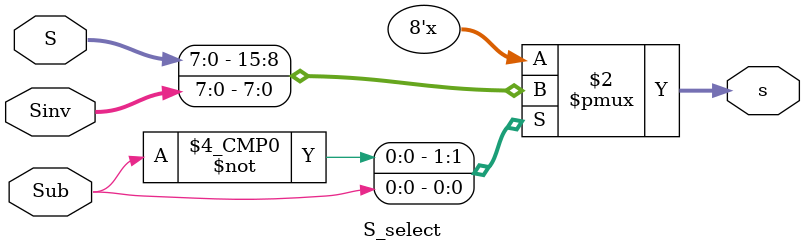
<source format=sv>
module S_select(input logic [7:0] S, Sinv,
      input logic Sub,
      output logic [7:0] s);
       
       // Why @ S???
  always @(S or Sub)
  begin: case_process
  
  case(Sub)
  1'b0 :  s = S;
  1'b1 :  s = Sinv; 
  default: s = 1'b0; 
  endcase 
  end
 
endmodule
</source>
